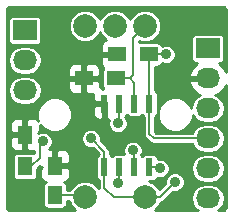
<source format=gtl>
G04 #@! TF.FileFunction,Copper,L1,Top,Signal*
%FSLAX46Y46*%
G04 Gerber Fmt 4.6, Leading zero omitted, Abs format (unit mm)*
G04 Created by KiCad (PCBNEW 4.0.1-stable) date 2/14/2016 2:05:54 PM*
%MOMM*%
G01*
G04 APERTURE LIST*
%ADD10C,0.150000*%
%ADD11R,1.300000X1.500000*%
%ADD12R,1.500000X1.300000*%
%ADD13C,2.000000*%
%ADD14R,0.600000X1.550000*%
%ADD15R,1.250000X1.500000*%
%ADD16R,2.032000X1.727200*%
%ADD17O,2.032000X1.727200*%
%ADD18C,0.889000*%
%ADD19C,0.203200*%
%ADD20C,0.254000*%
G04 APERTURE END LIST*
D10*
D11*
X42672000Y-44370000D03*
X42672000Y-47070000D03*
D12*
X47672000Y-39624000D03*
X50372000Y-39624000D03*
X50466000Y-37592000D03*
X53166000Y-37592000D03*
D13*
X47752000Y-35172000D03*
X50292000Y-35172000D03*
X52832000Y-35172000D03*
X52832000Y-49672000D03*
X47752000Y-49672000D03*
D14*
X49403000Y-47150000D03*
X50673000Y-47150000D03*
X51943000Y-47150000D03*
X53213000Y-47150000D03*
X53213000Y-41750000D03*
X51943000Y-41750000D03*
X50673000Y-41750000D03*
X49403000Y-41750000D03*
D15*
X45212000Y-47010000D03*
X45212000Y-49510000D03*
D16*
X58166000Y-37084000D03*
D17*
X58166000Y-39624000D03*
X58166000Y-42164000D03*
X58166000Y-44704000D03*
X58166000Y-47244000D03*
X58166000Y-49784000D03*
D16*
X42672000Y-35560000D03*
D17*
X42672000Y-38100000D03*
X42672000Y-40640000D03*
D18*
X54610000Y-37592000D03*
X50546000Y-43434000D03*
X55372000Y-48387000D03*
X44196000Y-44958000D03*
X48260000Y-44704000D03*
X54102000Y-47244000D03*
X51816000Y-43434000D03*
X50546000Y-48514000D03*
X51816000Y-45720000D03*
D19*
X53213000Y-41750000D02*
X53213000Y-44323000D01*
X53594000Y-44704000D02*
X57404000Y-44704000D01*
X53213000Y-44323000D02*
X53594000Y-44704000D01*
X57404000Y-44704000D02*
X58166000Y-44704000D01*
X53213000Y-41750000D02*
X53213000Y-37639000D01*
X53213000Y-37639000D02*
X53166000Y-37592000D01*
X57658000Y-45212000D02*
X58166000Y-44704000D01*
X54610000Y-37592000D02*
X53166000Y-37592000D01*
X51816000Y-36188000D02*
X51816000Y-39370000D01*
X51816000Y-39370000D02*
X51562000Y-39624000D01*
X51943000Y-41750000D02*
X51943000Y-40005000D01*
X51562000Y-39624000D02*
X50372000Y-39624000D01*
X51943000Y-40005000D02*
X51562000Y-39624000D01*
X51816000Y-36188000D02*
X52832000Y-35172000D01*
X50673000Y-41750000D02*
X50673000Y-43307000D01*
X50673000Y-43307000D02*
X50546000Y-43434000D01*
X42672000Y-47070000D02*
X43227000Y-47070000D01*
X43227000Y-47070000D02*
X43942000Y-46355000D01*
X43942000Y-45212000D02*
X44196000Y-44958000D01*
X43942000Y-46355000D02*
X43942000Y-45212000D01*
X52832000Y-49672000D02*
X54087000Y-49672000D01*
X54087000Y-49672000D02*
X55372000Y-48387000D01*
X48260000Y-44704000D02*
X49403000Y-45847000D01*
X49403000Y-45847000D02*
X49403000Y-47150000D01*
X49403000Y-47150000D02*
X49403000Y-48895000D01*
X49403000Y-48895000D02*
X50180000Y-49672000D01*
X50180000Y-49672000D02*
X52832000Y-49672000D01*
X53213000Y-47150000D02*
X54008000Y-47150000D01*
X54008000Y-47150000D02*
X54102000Y-47244000D01*
X47590000Y-49510000D02*
X47752000Y-49672000D01*
X45212000Y-49510000D02*
X47590000Y-49510000D01*
X44704000Y-50018000D02*
X45212000Y-49510000D01*
X53213000Y-47150000D02*
X53213000Y-47625000D01*
X45212000Y-49510000D02*
X45486000Y-49510000D01*
X50673000Y-47150000D02*
X50673000Y-48387000D01*
X50673000Y-48387000D02*
X50546000Y-48514000D01*
X51943000Y-47150000D02*
X51943000Y-45847000D01*
X51943000Y-45847000D02*
X51816000Y-45720000D01*
D20*
G36*
X59524437Y-33568493D02*
X59599411Y-33618589D01*
X59649507Y-33693563D01*
X59677300Y-33833286D01*
X59677300Y-39055296D01*
X59516732Y-38721964D01*
X59084817Y-38336064D01*
X59182000Y-38336064D01*
X59323190Y-38309497D01*
X59452865Y-38226054D01*
X59539859Y-38098734D01*
X59570464Y-37947600D01*
X59570464Y-36220400D01*
X59543897Y-36079210D01*
X59460454Y-35949535D01*
X59333134Y-35862541D01*
X59182000Y-35831936D01*
X57150000Y-35831936D01*
X57008810Y-35858503D01*
X56879135Y-35941946D01*
X56792141Y-36069266D01*
X56761536Y-36220400D01*
X56761536Y-37947600D01*
X56788103Y-38088790D01*
X56871546Y-38218465D01*
X56998866Y-38305459D01*
X57150000Y-38336064D01*
X57247183Y-38336064D01*
X56815268Y-38721964D01*
X56561291Y-39249209D01*
X56558642Y-39264974D01*
X56679783Y-39497000D01*
X58039000Y-39497000D01*
X58039000Y-39477000D01*
X58293000Y-39477000D01*
X58293000Y-39497000D01*
X58313000Y-39497000D01*
X58313000Y-39751000D01*
X58293000Y-39751000D01*
X58293000Y-39771000D01*
X58039000Y-39771000D01*
X58039000Y-39751000D01*
X56679783Y-39751000D01*
X56558642Y-39983026D01*
X56561291Y-39998791D01*
X56815268Y-40526036D01*
X57251680Y-40915954D01*
X57524243Y-41011296D01*
X57509943Y-41014140D01*
X57106166Y-41283935D01*
X56836371Y-41687712D01*
X56755576Y-42093894D01*
X56648263Y-41834177D01*
X56232015Y-41417201D01*
X55687882Y-41191257D01*
X55098703Y-41190743D01*
X54554177Y-41415737D01*
X54137201Y-41831985D01*
X53911257Y-42376118D01*
X53910743Y-42965297D01*
X54135737Y-43509823D01*
X54551985Y-43926799D01*
X55096118Y-44152743D01*
X55685297Y-44153257D01*
X56229823Y-43928263D01*
X56646799Y-43512015D01*
X56872743Y-42967882D01*
X56872981Y-42695079D01*
X57106166Y-43044065D01*
X57509943Y-43313860D01*
X57986231Y-43408600D01*
X58345769Y-43408600D01*
X58822057Y-43313860D01*
X59225834Y-43044065D01*
X59495629Y-42640288D01*
X59590369Y-42164000D01*
X59495629Y-41687712D01*
X59225834Y-41283935D01*
X58822057Y-41014140D01*
X58807757Y-41011296D01*
X59080320Y-40915954D01*
X59516732Y-40526036D01*
X59677300Y-40192704D01*
X59677300Y-50494714D01*
X59649507Y-50634437D01*
X59599411Y-50709411D01*
X59524437Y-50759507D01*
X59384714Y-50787300D01*
X59041400Y-50787300D01*
X59225834Y-50664065D01*
X59495629Y-50260288D01*
X59590369Y-49784000D01*
X59495629Y-49307712D01*
X59225834Y-48903935D01*
X58822057Y-48634140D01*
X58345769Y-48539400D01*
X57986231Y-48539400D01*
X57509943Y-48634140D01*
X57106166Y-48903935D01*
X56836371Y-49307712D01*
X56741631Y-49784000D01*
X56836371Y-50260288D01*
X57106166Y-50664065D01*
X57290600Y-50787300D01*
X53669486Y-50787300D01*
X54002072Y-50455295D01*
X54130526Y-50145942D01*
X54271683Y-50117864D01*
X54428250Y-50013250D01*
X55229123Y-49212376D01*
X55535482Y-49212643D01*
X55838998Y-49087233D01*
X56071417Y-48855219D01*
X56197357Y-48551923D01*
X56197643Y-48223518D01*
X56072233Y-47920002D01*
X55840219Y-47687583D01*
X55536923Y-47561643D01*
X55208518Y-47561357D01*
X54905002Y-47686767D01*
X54672583Y-47918781D01*
X54546643Y-48222077D01*
X54546375Y-48530126D01*
X54056742Y-49019758D01*
X54003437Y-48890749D01*
X53615295Y-48501928D01*
X53161422Y-48313464D01*
X53513000Y-48313464D01*
X53654190Y-48286897D01*
X53783865Y-48203454D01*
X53870859Y-48076134D01*
X53877261Y-48044519D01*
X53937077Y-48069357D01*
X54265482Y-48069643D01*
X54568998Y-47944233D01*
X54801417Y-47712219D01*
X54927357Y-47408923D01*
X54927500Y-47244000D01*
X56741631Y-47244000D01*
X56836371Y-47720288D01*
X57106166Y-48124065D01*
X57509943Y-48393860D01*
X57986231Y-48488600D01*
X58345769Y-48488600D01*
X58822057Y-48393860D01*
X59225834Y-48124065D01*
X59495629Y-47720288D01*
X59590369Y-47244000D01*
X59495629Y-46767712D01*
X59225834Y-46363935D01*
X58822057Y-46094140D01*
X58345769Y-45999400D01*
X57986231Y-45999400D01*
X57509943Y-46094140D01*
X57106166Y-46363935D01*
X56836371Y-46767712D01*
X56741631Y-47244000D01*
X54927500Y-47244000D01*
X54927643Y-47080518D01*
X54802233Y-46777002D01*
X54570219Y-46544583D01*
X54266923Y-46418643D01*
X53938518Y-46418357D01*
X53901464Y-46433667D01*
X53901464Y-46375000D01*
X53874897Y-46233810D01*
X53791454Y-46104135D01*
X53664134Y-46017141D01*
X53513000Y-45986536D01*
X52913000Y-45986536D01*
X52771810Y-46013103D01*
X52642135Y-46096546D01*
X52577470Y-46191187D01*
X52539006Y-46131411D01*
X52641357Y-45884923D01*
X52641643Y-45556518D01*
X52516233Y-45253002D01*
X52284219Y-45020583D01*
X51980923Y-44894643D01*
X51652518Y-44894357D01*
X51349002Y-45019767D01*
X51116583Y-45251781D01*
X50990643Y-45555077D01*
X50990357Y-45883482D01*
X51038411Y-45999782D01*
X50973000Y-45986536D01*
X50373000Y-45986536D01*
X50231810Y-46013103D01*
X50102135Y-46096546D01*
X50037470Y-46191187D01*
X49981454Y-46104135D01*
X49885600Y-46038641D01*
X49885600Y-45847000D01*
X49848864Y-45662317D01*
X49744250Y-45505750D01*
X49085376Y-44846876D01*
X49085643Y-44540518D01*
X48960233Y-44237002D01*
X48728219Y-44004583D01*
X48424923Y-43878643D01*
X48096518Y-43878357D01*
X47793002Y-44003767D01*
X47560583Y-44235781D01*
X47434643Y-44539077D01*
X47434357Y-44867482D01*
X47559767Y-45170998D01*
X47791781Y-45403417D01*
X48095077Y-45529357D01*
X48403125Y-45529625D01*
X48916049Y-46042549D01*
X48832135Y-46096546D01*
X48745141Y-46223866D01*
X48714536Y-46375000D01*
X48714536Y-47925000D01*
X48741103Y-48066190D01*
X48824546Y-48195865D01*
X48920400Y-48261359D01*
X48920400Y-48887707D01*
X48535295Y-48501928D01*
X48027903Y-48291241D01*
X47478507Y-48290761D01*
X46970749Y-48500563D01*
X46581928Y-48888705D01*
X46524337Y-49027400D01*
X46225464Y-49027400D01*
X46225464Y-48760000D01*
X46198897Y-48618810D01*
X46115454Y-48489135D01*
X45988134Y-48402141D01*
X45952870Y-48395000D01*
X45963310Y-48395000D01*
X46196699Y-48298327D01*
X46375327Y-48119698D01*
X46472000Y-47886309D01*
X46472000Y-47295750D01*
X46313250Y-47137000D01*
X45339000Y-47137000D01*
X45339000Y-47157000D01*
X45085000Y-47157000D01*
X45085000Y-47137000D01*
X45065000Y-47137000D01*
X45065000Y-46883000D01*
X45085000Y-46883000D01*
X45085000Y-45783750D01*
X45339000Y-45783750D01*
X45339000Y-46883000D01*
X46313250Y-46883000D01*
X46472000Y-46724250D01*
X46472000Y-46133691D01*
X46375327Y-45900302D01*
X46196699Y-45721673D01*
X45963310Y-45625000D01*
X45497750Y-45625000D01*
X45339000Y-45783750D01*
X45085000Y-45783750D01*
X44926250Y-45625000D01*
X44696289Y-45625000D01*
X44895417Y-45426219D01*
X45021357Y-45122923D01*
X45021643Y-44794518D01*
X44896233Y-44491002D01*
X44664219Y-44258583D01*
X44360923Y-44132643D01*
X44032518Y-44132357D01*
X43821845Y-44219405D01*
X43957000Y-44084250D01*
X43957000Y-43531123D01*
X44351985Y-43926799D01*
X44896118Y-44152743D01*
X45485297Y-44153257D01*
X46029823Y-43928263D01*
X46446799Y-43512015D01*
X46672743Y-42967882D01*
X46673257Y-42378703D01*
X46531552Y-42035750D01*
X48468000Y-42035750D01*
X48468000Y-42651309D01*
X48564673Y-42884698D01*
X48743301Y-43063327D01*
X48976690Y-43160000D01*
X49117250Y-43160000D01*
X49276000Y-43001250D01*
X49276000Y-41877000D01*
X48626750Y-41877000D01*
X48468000Y-42035750D01*
X46531552Y-42035750D01*
X46448263Y-41834177D01*
X46032015Y-41417201D01*
X45487882Y-41191257D01*
X44898703Y-41190743D01*
X44354177Y-41415737D01*
X43937201Y-41831985D01*
X43711257Y-42376118D01*
X43710743Y-42965297D01*
X43813139Y-43213114D01*
X43681699Y-43081673D01*
X43448310Y-42985000D01*
X42957750Y-42985000D01*
X42799000Y-43143750D01*
X42799000Y-44243000D01*
X42819000Y-44243000D01*
X42819000Y-44497000D01*
X42799000Y-44497000D01*
X42799000Y-45596250D01*
X42957750Y-45755000D01*
X43448310Y-45755000D01*
X43459400Y-45750406D01*
X43459400Y-45959360D01*
X43322000Y-45931536D01*
X42022000Y-45931536D01*
X41880810Y-45958103D01*
X41751135Y-46041546D01*
X41664141Y-46168866D01*
X41633536Y-46320000D01*
X41633536Y-47820000D01*
X41660103Y-47961190D01*
X41743546Y-48090865D01*
X41870866Y-48177859D01*
X42022000Y-48208464D01*
X43322000Y-48208464D01*
X43463190Y-48181897D01*
X43592865Y-48098454D01*
X43679859Y-47971134D01*
X43710464Y-47820000D01*
X43710464Y-47269036D01*
X43952000Y-47027500D01*
X43952000Y-47137002D01*
X44110748Y-47137002D01*
X43952000Y-47295750D01*
X43952000Y-47886309D01*
X44048673Y-48119698D01*
X44227301Y-48298327D01*
X44460690Y-48395000D01*
X44462301Y-48395000D01*
X44445810Y-48398103D01*
X44316135Y-48481546D01*
X44229141Y-48608866D01*
X44198536Y-48760000D01*
X44198536Y-50260000D01*
X44225103Y-50401190D01*
X44308546Y-50530865D01*
X44435866Y-50617859D01*
X44587000Y-50648464D01*
X45837000Y-50648464D01*
X45978190Y-50621897D01*
X46107865Y-50538454D01*
X46194859Y-50411134D01*
X46225464Y-50260000D01*
X46225464Y-49992600D01*
X46390225Y-49992600D01*
X46580563Y-50453251D01*
X46914029Y-50787300D01*
X41453286Y-50787300D01*
X41313563Y-50759507D01*
X41238589Y-50709411D01*
X41188493Y-50634437D01*
X41160700Y-50494714D01*
X41160700Y-44655750D01*
X41387000Y-44655750D01*
X41387000Y-45246309D01*
X41483673Y-45479698D01*
X41662301Y-45658327D01*
X41895690Y-45755000D01*
X42386250Y-45755000D01*
X42545000Y-45596250D01*
X42545000Y-44497000D01*
X41545750Y-44497000D01*
X41387000Y-44655750D01*
X41160700Y-44655750D01*
X41160700Y-43493691D01*
X41387000Y-43493691D01*
X41387000Y-44084250D01*
X41545750Y-44243000D01*
X42545000Y-44243000D01*
X42545000Y-43143750D01*
X42386250Y-42985000D01*
X41895690Y-42985000D01*
X41662301Y-43081673D01*
X41483673Y-43260302D01*
X41387000Y-43493691D01*
X41160700Y-43493691D01*
X41160700Y-40640000D01*
X41247631Y-40640000D01*
X41342371Y-41116288D01*
X41612166Y-41520065D01*
X42015943Y-41789860D01*
X42492231Y-41884600D01*
X42851769Y-41884600D01*
X43328057Y-41789860D01*
X43731834Y-41520065D01*
X44001629Y-41116288D01*
X44096369Y-40640000D01*
X44001629Y-40163712D01*
X43831938Y-39909750D01*
X46287000Y-39909750D01*
X46287000Y-40400310D01*
X46383673Y-40633699D01*
X46562302Y-40812327D01*
X46795691Y-40909000D01*
X47386250Y-40909000D01*
X47545000Y-40750250D01*
X47545000Y-39751000D01*
X46445750Y-39751000D01*
X46287000Y-39909750D01*
X43831938Y-39909750D01*
X43731834Y-39759935D01*
X43328057Y-39490140D01*
X42851769Y-39395400D01*
X42492231Y-39395400D01*
X42015943Y-39490140D01*
X41612166Y-39759935D01*
X41342371Y-40163712D01*
X41247631Y-40640000D01*
X41160700Y-40640000D01*
X41160700Y-38100000D01*
X41247631Y-38100000D01*
X41342371Y-38576288D01*
X41612166Y-38980065D01*
X42015943Y-39249860D01*
X42492231Y-39344600D01*
X42851769Y-39344600D01*
X43328057Y-39249860D01*
X43731834Y-38980065D01*
X43820284Y-38847690D01*
X46287000Y-38847690D01*
X46287000Y-39338250D01*
X46445750Y-39497000D01*
X47545000Y-39497000D01*
X47545000Y-38497750D01*
X47799000Y-38497750D01*
X47799000Y-39497000D01*
X48898250Y-39497000D01*
X49057000Y-39338250D01*
X49057000Y-38847690D01*
X48960327Y-38614301D01*
X48781698Y-38435673D01*
X48548309Y-38339000D01*
X47957750Y-38339000D01*
X47799000Y-38497750D01*
X47545000Y-38497750D01*
X47386250Y-38339000D01*
X46795691Y-38339000D01*
X46562302Y-38435673D01*
X46383673Y-38614301D01*
X46287000Y-38847690D01*
X43820284Y-38847690D01*
X44001629Y-38576288D01*
X44096369Y-38100000D01*
X44001629Y-37623712D01*
X43731834Y-37219935D01*
X43328057Y-36950140D01*
X42851769Y-36855400D01*
X42492231Y-36855400D01*
X42015943Y-36950140D01*
X41612166Y-37219935D01*
X41342371Y-37623712D01*
X41247631Y-38100000D01*
X41160700Y-38100000D01*
X41160700Y-34696400D01*
X41267536Y-34696400D01*
X41267536Y-36423600D01*
X41294103Y-36564790D01*
X41377546Y-36694465D01*
X41504866Y-36781459D01*
X41656000Y-36812064D01*
X43688000Y-36812064D01*
X43829190Y-36785497D01*
X43958865Y-36702054D01*
X44045859Y-36574734D01*
X44076464Y-36423600D01*
X44076464Y-35445493D01*
X46370761Y-35445493D01*
X46580563Y-35953251D01*
X46968705Y-36342072D01*
X47476097Y-36552759D01*
X48025493Y-36553239D01*
X48533251Y-36343437D01*
X48922072Y-35955295D01*
X49021985Y-35714676D01*
X49120563Y-35953251D01*
X49507627Y-36340992D01*
X49356302Y-36403673D01*
X49177673Y-36582301D01*
X49081000Y-36815690D01*
X49081000Y-37306250D01*
X49239750Y-37465000D01*
X50339000Y-37465000D01*
X50339000Y-37445000D01*
X50593000Y-37445000D01*
X50593000Y-37465000D01*
X50613000Y-37465000D01*
X50613000Y-37719000D01*
X50593000Y-37719000D01*
X50593000Y-37739000D01*
X50339000Y-37739000D01*
X50339000Y-37719000D01*
X49239750Y-37719000D01*
X49081000Y-37877750D01*
X49081000Y-38368310D01*
X49177673Y-38601699D01*
X49318818Y-38742843D01*
X49264141Y-38822866D01*
X49233536Y-38974000D01*
X49233536Y-40274000D01*
X49260103Y-40415190D01*
X49275998Y-40439892D01*
X49275998Y-40498748D01*
X49117250Y-40340000D01*
X49057000Y-40340000D01*
X49057000Y-39909750D01*
X48898250Y-39751000D01*
X47799000Y-39751000D01*
X47799000Y-40750250D01*
X47957750Y-40909000D01*
X48468000Y-40909000D01*
X48468000Y-41464250D01*
X48626750Y-41623000D01*
X49276000Y-41623000D01*
X49276000Y-41603000D01*
X49530000Y-41603000D01*
X49530000Y-41623000D01*
X49550000Y-41623000D01*
X49550000Y-41877000D01*
X49530000Y-41877000D01*
X49530000Y-43001250D01*
X49688750Y-43160000D01*
X49765936Y-43160000D01*
X49720643Y-43269077D01*
X49720357Y-43597482D01*
X49845767Y-43900998D01*
X50077781Y-44133417D01*
X50381077Y-44259357D01*
X50709482Y-44259643D01*
X51012998Y-44134233D01*
X51245417Y-43902219D01*
X51371357Y-43598923D01*
X51371643Y-43270518D01*
X51246233Y-42967002D01*
X51155600Y-42876211D01*
X51155600Y-42860251D01*
X51243865Y-42803454D01*
X51308530Y-42708813D01*
X51364546Y-42795865D01*
X51491866Y-42882859D01*
X51643000Y-42913464D01*
X52243000Y-42913464D01*
X52384190Y-42886897D01*
X52513865Y-42803454D01*
X52578530Y-42708813D01*
X52634546Y-42795865D01*
X52730400Y-42861359D01*
X52730400Y-44323000D01*
X52767136Y-44507683D01*
X52871750Y-44664250D01*
X53252748Y-45045247D01*
X53252750Y-45045250D01*
X53366840Y-45121482D01*
X53409317Y-45149864D01*
X53594000Y-45186600D01*
X56840589Y-45186600D01*
X57106166Y-45584065D01*
X57509943Y-45853860D01*
X57986231Y-45948600D01*
X58345769Y-45948600D01*
X58822057Y-45853860D01*
X59225834Y-45584065D01*
X59495629Y-45180288D01*
X59590369Y-44704000D01*
X59495629Y-44227712D01*
X59225834Y-43823935D01*
X58822057Y-43554140D01*
X58345769Y-43459400D01*
X57986231Y-43459400D01*
X57509943Y-43554140D01*
X57106166Y-43823935D01*
X56840589Y-44221400D01*
X53793899Y-44221400D01*
X53695600Y-44123100D01*
X53695600Y-42860251D01*
X53783865Y-42803454D01*
X53870859Y-42676134D01*
X53901464Y-42525000D01*
X53901464Y-40975000D01*
X53874897Y-40833810D01*
X53791454Y-40704135D01*
X53695600Y-40638641D01*
X53695600Y-38630464D01*
X53916000Y-38630464D01*
X54057190Y-38603897D01*
X54186865Y-38520454D01*
X54273859Y-38393134D01*
X54282615Y-38349896D01*
X54445077Y-38417357D01*
X54773482Y-38417643D01*
X55076998Y-38292233D01*
X55309417Y-38060219D01*
X55435357Y-37756923D01*
X55435643Y-37428518D01*
X55310233Y-37125002D01*
X55078219Y-36892583D01*
X54774923Y-36766643D01*
X54446518Y-36766357D01*
X54284046Y-36833489D01*
X54277897Y-36800810D01*
X54194454Y-36671135D01*
X54067134Y-36584141D01*
X53916000Y-36553536D01*
X52416000Y-36553536D01*
X52298600Y-36575627D01*
X52298600Y-36445837D01*
X52556097Y-36552759D01*
X53105493Y-36553239D01*
X53613251Y-36343437D01*
X54002072Y-35955295D01*
X54212759Y-35447903D01*
X54213239Y-34898507D01*
X54003437Y-34390749D01*
X53615295Y-34001928D01*
X53107903Y-33791241D01*
X52558507Y-33790761D01*
X52050749Y-34000563D01*
X51661928Y-34388705D01*
X51562015Y-34629324D01*
X51463437Y-34390749D01*
X51075295Y-34001928D01*
X50567903Y-33791241D01*
X50018507Y-33790761D01*
X49510749Y-34000563D01*
X49121928Y-34388705D01*
X49022015Y-34629324D01*
X48923437Y-34390749D01*
X48535295Y-34001928D01*
X48027903Y-33791241D01*
X47478507Y-33790761D01*
X46970749Y-34000563D01*
X46581928Y-34388705D01*
X46371241Y-34896097D01*
X46370761Y-35445493D01*
X44076464Y-35445493D01*
X44076464Y-34696400D01*
X44049897Y-34555210D01*
X43966454Y-34425535D01*
X43839134Y-34338541D01*
X43688000Y-34307936D01*
X41656000Y-34307936D01*
X41514810Y-34334503D01*
X41385135Y-34417946D01*
X41298141Y-34545266D01*
X41267536Y-34696400D01*
X41160700Y-34696400D01*
X41160700Y-33833286D01*
X41188493Y-33693563D01*
X41238589Y-33618589D01*
X41313563Y-33568493D01*
X41453286Y-33540700D01*
X59384714Y-33540700D01*
X59524437Y-33568493D01*
X59524437Y-33568493D01*
G37*
X59524437Y-33568493D02*
X59599411Y-33618589D01*
X59649507Y-33693563D01*
X59677300Y-33833286D01*
X59677300Y-39055296D01*
X59516732Y-38721964D01*
X59084817Y-38336064D01*
X59182000Y-38336064D01*
X59323190Y-38309497D01*
X59452865Y-38226054D01*
X59539859Y-38098734D01*
X59570464Y-37947600D01*
X59570464Y-36220400D01*
X59543897Y-36079210D01*
X59460454Y-35949535D01*
X59333134Y-35862541D01*
X59182000Y-35831936D01*
X57150000Y-35831936D01*
X57008810Y-35858503D01*
X56879135Y-35941946D01*
X56792141Y-36069266D01*
X56761536Y-36220400D01*
X56761536Y-37947600D01*
X56788103Y-38088790D01*
X56871546Y-38218465D01*
X56998866Y-38305459D01*
X57150000Y-38336064D01*
X57247183Y-38336064D01*
X56815268Y-38721964D01*
X56561291Y-39249209D01*
X56558642Y-39264974D01*
X56679783Y-39497000D01*
X58039000Y-39497000D01*
X58039000Y-39477000D01*
X58293000Y-39477000D01*
X58293000Y-39497000D01*
X58313000Y-39497000D01*
X58313000Y-39751000D01*
X58293000Y-39751000D01*
X58293000Y-39771000D01*
X58039000Y-39771000D01*
X58039000Y-39751000D01*
X56679783Y-39751000D01*
X56558642Y-39983026D01*
X56561291Y-39998791D01*
X56815268Y-40526036D01*
X57251680Y-40915954D01*
X57524243Y-41011296D01*
X57509943Y-41014140D01*
X57106166Y-41283935D01*
X56836371Y-41687712D01*
X56755576Y-42093894D01*
X56648263Y-41834177D01*
X56232015Y-41417201D01*
X55687882Y-41191257D01*
X55098703Y-41190743D01*
X54554177Y-41415737D01*
X54137201Y-41831985D01*
X53911257Y-42376118D01*
X53910743Y-42965297D01*
X54135737Y-43509823D01*
X54551985Y-43926799D01*
X55096118Y-44152743D01*
X55685297Y-44153257D01*
X56229823Y-43928263D01*
X56646799Y-43512015D01*
X56872743Y-42967882D01*
X56872981Y-42695079D01*
X57106166Y-43044065D01*
X57509943Y-43313860D01*
X57986231Y-43408600D01*
X58345769Y-43408600D01*
X58822057Y-43313860D01*
X59225834Y-43044065D01*
X59495629Y-42640288D01*
X59590369Y-42164000D01*
X59495629Y-41687712D01*
X59225834Y-41283935D01*
X58822057Y-41014140D01*
X58807757Y-41011296D01*
X59080320Y-40915954D01*
X59516732Y-40526036D01*
X59677300Y-40192704D01*
X59677300Y-50494714D01*
X59649507Y-50634437D01*
X59599411Y-50709411D01*
X59524437Y-50759507D01*
X59384714Y-50787300D01*
X59041400Y-50787300D01*
X59225834Y-50664065D01*
X59495629Y-50260288D01*
X59590369Y-49784000D01*
X59495629Y-49307712D01*
X59225834Y-48903935D01*
X58822057Y-48634140D01*
X58345769Y-48539400D01*
X57986231Y-48539400D01*
X57509943Y-48634140D01*
X57106166Y-48903935D01*
X56836371Y-49307712D01*
X56741631Y-49784000D01*
X56836371Y-50260288D01*
X57106166Y-50664065D01*
X57290600Y-50787300D01*
X53669486Y-50787300D01*
X54002072Y-50455295D01*
X54130526Y-50145942D01*
X54271683Y-50117864D01*
X54428250Y-50013250D01*
X55229123Y-49212376D01*
X55535482Y-49212643D01*
X55838998Y-49087233D01*
X56071417Y-48855219D01*
X56197357Y-48551923D01*
X56197643Y-48223518D01*
X56072233Y-47920002D01*
X55840219Y-47687583D01*
X55536923Y-47561643D01*
X55208518Y-47561357D01*
X54905002Y-47686767D01*
X54672583Y-47918781D01*
X54546643Y-48222077D01*
X54546375Y-48530126D01*
X54056742Y-49019758D01*
X54003437Y-48890749D01*
X53615295Y-48501928D01*
X53161422Y-48313464D01*
X53513000Y-48313464D01*
X53654190Y-48286897D01*
X53783865Y-48203454D01*
X53870859Y-48076134D01*
X53877261Y-48044519D01*
X53937077Y-48069357D01*
X54265482Y-48069643D01*
X54568998Y-47944233D01*
X54801417Y-47712219D01*
X54927357Y-47408923D01*
X54927500Y-47244000D01*
X56741631Y-47244000D01*
X56836371Y-47720288D01*
X57106166Y-48124065D01*
X57509943Y-48393860D01*
X57986231Y-48488600D01*
X58345769Y-48488600D01*
X58822057Y-48393860D01*
X59225834Y-48124065D01*
X59495629Y-47720288D01*
X59590369Y-47244000D01*
X59495629Y-46767712D01*
X59225834Y-46363935D01*
X58822057Y-46094140D01*
X58345769Y-45999400D01*
X57986231Y-45999400D01*
X57509943Y-46094140D01*
X57106166Y-46363935D01*
X56836371Y-46767712D01*
X56741631Y-47244000D01*
X54927500Y-47244000D01*
X54927643Y-47080518D01*
X54802233Y-46777002D01*
X54570219Y-46544583D01*
X54266923Y-46418643D01*
X53938518Y-46418357D01*
X53901464Y-46433667D01*
X53901464Y-46375000D01*
X53874897Y-46233810D01*
X53791454Y-46104135D01*
X53664134Y-46017141D01*
X53513000Y-45986536D01*
X52913000Y-45986536D01*
X52771810Y-46013103D01*
X52642135Y-46096546D01*
X52577470Y-46191187D01*
X52539006Y-46131411D01*
X52641357Y-45884923D01*
X52641643Y-45556518D01*
X52516233Y-45253002D01*
X52284219Y-45020583D01*
X51980923Y-44894643D01*
X51652518Y-44894357D01*
X51349002Y-45019767D01*
X51116583Y-45251781D01*
X50990643Y-45555077D01*
X50990357Y-45883482D01*
X51038411Y-45999782D01*
X50973000Y-45986536D01*
X50373000Y-45986536D01*
X50231810Y-46013103D01*
X50102135Y-46096546D01*
X50037470Y-46191187D01*
X49981454Y-46104135D01*
X49885600Y-46038641D01*
X49885600Y-45847000D01*
X49848864Y-45662317D01*
X49744250Y-45505750D01*
X49085376Y-44846876D01*
X49085643Y-44540518D01*
X48960233Y-44237002D01*
X48728219Y-44004583D01*
X48424923Y-43878643D01*
X48096518Y-43878357D01*
X47793002Y-44003767D01*
X47560583Y-44235781D01*
X47434643Y-44539077D01*
X47434357Y-44867482D01*
X47559767Y-45170998D01*
X47791781Y-45403417D01*
X48095077Y-45529357D01*
X48403125Y-45529625D01*
X48916049Y-46042549D01*
X48832135Y-46096546D01*
X48745141Y-46223866D01*
X48714536Y-46375000D01*
X48714536Y-47925000D01*
X48741103Y-48066190D01*
X48824546Y-48195865D01*
X48920400Y-48261359D01*
X48920400Y-48887707D01*
X48535295Y-48501928D01*
X48027903Y-48291241D01*
X47478507Y-48290761D01*
X46970749Y-48500563D01*
X46581928Y-48888705D01*
X46524337Y-49027400D01*
X46225464Y-49027400D01*
X46225464Y-48760000D01*
X46198897Y-48618810D01*
X46115454Y-48489135D01*
X45988134Y-48402141D01*
X45952870Y-48395000D01*
X45963310Y-48395000D01*
X46196699Y-48298327D01*
X46375327Y-48119698D01*
X46472000Y-47886309D01*
X46472000Y-47295750D01*
X46313250Y-47137000D01*
X45339000Y-47137000D01*
X45339000Y-47157000D01*
X45085000Y-47157000D01*
X45085000Y-47137000D01*
X45065000Y-47137000D01*
X45065000Y-46883000D01*
X45085000Y-46883000D01*
X45085000Y-45783750D01*
X45339000Y-45783750D01*
X45339000Y-46883000D01*
X46313250Y-46883000D01*
X46472000Y-46724250D01*
X46472000Y-46133691D01*
X46375327Y-45900302D01*
X46196699Y-45721673D01*
X45963310Y-45625000D01*
X45497750Y-45625000D01*
X45339000Y-45783750D01*
X45085000Y-45783750D01*
X44926250Y-45625000D01*
X44696289Y-45625000D01*
X44895417Y-45426219D01*
X45021357Y-45122923D01*
X45021643Y-44794518D01*
X44896233Y-44491002D01*
X44664219Y-44258583D01*
X44360923Y-44132643D01*
X44032518Y-44132357D01*
X43821845Y-44219405D01*
X43957000Y-44084250D01*
X43957000Y-43531123D01*
X44351985Y-43926799D01*
X44896118Y-44152743D01*
X45485297Y-44153257D01*
X46029823Y-43928263D01*
X46446799Y-43512015D01*
X46672743Y-42967882D01*
X46673257Y-42378703D01*
X46531552Y-42035750D01*
X48468000Y-42035750D01*
X48468000Y-42651309D01*
X48564673Y-42884698D01*
X48743301Y-43063327D01*
X48976690Y-43160000D01*
X49117250Y-43160000D01*
X49276000Y-43001250D01*
X49276000Y-41877000D01*
X48626750Y-41877000D01*
X48468000Y-42035750D01*
X46531552Y-42035750D01*
X46448263Y-41834177D01*
X46032015Y-41417201D01*
X45487882Y-41191257D01*
X44898703Y-41190743D01*
X44354177Y-41415737D01*
X43937201Y-41831985D01*
X43711257Y-42376118D01*
X43710743Y-42965297D01*
X43813139Y-43213114D01*
X43681699Y-43081673D01*
X43448310Y-42985000D01*
X42957750Y-42985000D01*
X42799000Y-43143750D01*
X42799000Y-44243000D01*
X42819000Y-44243000D01*
X42819000Y-44497000D01*
X42799000Y-44497000D01*
X42799000Y-45596250D01*
X42957750Y-45755000D01*
X43448310Y-45755000D01*
X43459400Y-45750406D01*
X43459400Y-45959360D01*
X43322000Y-45931536D01*
X42022000Y-45931536D01*
X41880810Y-45958103D01*
X41751135Y-46041546D01*
X41664141Y-46168866D01*
X41633536Y-46320000D01*
X41633536Y-47820000D01*
X41660103Y-47961190D01*
X41743546Y-48090865D01*
X41870866Y-48177859D01*
X42022000Y-48208464D01*
X43322000Y-48208464D01*
X43463190Y-48181897D01*
X43592865Y-48098454D01*
X43679859Y-47971134D01*
X43710464Y-47820000D01*
X43710464Y-47269036D01*
X43952000Y-47027500D01*
X43952000Y-47137002D01*
X44110748Y-47137002D01*
X43952000Y-47295750D01*
X43952000Y-47886309D01*
X44048673Y-48119698D01*
X44227301Y-48298327D01*
X44460690Y-48395000D01*
X44462301Y-48395000D01*
X44445810Y-48398103D01*
X44316135Y-48481546D01*
X44229141Y-48608866D01*
X44198536Y-48760000D01*
X44198536Y-50260000D01*
X44225103Y-50401190D01*
X44308546Y-50530865D01*
X44435866Y-50617859D01*
X44587000Y-50648464D01*
X45837000Y-50648464D01*
X45978190Y-50621897D01*
X46107865Y-50538454D01*
X46194859Y-50411134D01*
X46225464Y-50260000D01*
X46225464Y-49992600D01*
X46390225Y-49992600D01*
X46580563Y-50453251D01*
X46914029Y-50787300D01*
X41453286Y-50787300D01*
X41313563Y-50759507D01*
X41238589Y-50709411D01*
X41188493Y-50634437D01*
X41160700Y-50494714D01*
X41160700Y-44655750D01*
X41387000Y-44655750D01*
X41387000Y-45246309D01*
X41483673Y-45479698D01*
X41662301Y-45658327D01*
X41895690Y-45755000D01*
X42386250Y-45755000D01*
X42545000Y-45596250D01*
X42545000Y-44497000D01*
X41545750Y-44497000D01*
X41387000Y-44655750D01*
X41160700Y-44655750D01*
X41160700Y-43493691D01*
X41387000Y-43493691D01*
X41387000Y-44084250D01*
X41545750Y-44243000D01*
X42545000Y-44243000D01*
X42545000Y-43143750D01*
X42386250Y-42985000D01*
X41895690Y-42985000D01*
X41662301Y-43081673D01*
X41483673Y-43260302D01*
X41387000Y-43493691D01*
X41160700Y-43493691D01*
X41160700Y-40640000D01*
X41247631Y-40640000D01*
X41342371Y-41116288D01*
X41612166Y-41520065D01*
X42015943Y-41789860D01*
X42492231Y-41884600D01*
X42851769Y-41884600D01*
X43328057Y-41789860D01*
X43731834Y-41520065D01*
X44001629Y-41116288D01*
X44096369Y-40640000D01*
X44001629Y-40163712D01*
X43831938Y-39909750D01*
X46287000Y-39909750D01*
X46287000Y-40400310D01*
X46383673Y-40633699D01*
X46562302Y-40812327D01*
X46795691Y-40909000D01*
X47386250Y-40909000D01*
X47545000Y-40750250D01*
X47545000Y-39751000D01*
X46445750Y-39751000D01*
X46287000Y-39909750D01*
X43831938Y-39909750D01*
X43731834Y-39759935D01*
X43328057Y-39490140D01*
X42851769Y-39395400D01*
X42492231Y-39395400D01*
X42015943Y-39490140D01*
X41612166Y-39759935D01*
X41342371Y-40163712D01*
X41247631Y-40640000D01*
X41160700Y-40640000D01*
X41160700Y-38100000D01*
X41247631Y-38100000D01*
X41342371Y-38576288D01*
X41612166Y-38980065D01*
X42015943Y-39249860D01*
X42492231Y-39344600D01*
X42851769Y-39344600D01*
X43328057Y-39249860D01*
X43731834Y-38980065D01*
X43820284Y-38847690D01*
X46287000Y-38847690D01*
X46287000Y-39338250D01*
X46445750Y-39497000D01*
X47545000Y-39497000D01*
X47545000Y-38497750D01*
X47799000Y-38497750D01*
X47799000Y-39497000D01*
X48898250Y-39497000D01*
X49057000Y-39338250D01*
X49057000Y-38847690D01*
X48960327Y-38614301D01*
X48781698Y-38435673D01*
X48548309Y-38339000D01*
X47957750Y-38339000D01*
X47799000Y-38497750D01*
X47545000Y-38497750D01*
X47386250Y-38339000D01*
X46795691Y-38339000D01*
X46562302Y-38435673D01*
X46383673Y-38614301D01*
X46287000Y-38847690D01*
X43820284Y-38847690D01*
X44001629Y-38576288D01*
X44096369Y-38100000D01*
X44001629Y-37623712D01*
X43731834Y-37219935D01*
X43328057Y-36950140D01*
X42851769Y-36855400D01*
X42492231Y-36855400D01*
X42015943Y-36950140D01*
X41612166Y-37219935D01*
X41342371Y-37623712D01*
X41247631Y-38100000D01*
X41160700Y-38100000D01*
X41160700Y-34696400D01*
X41267536Y-34696400D01*
X41267536Y-36423600D01*
X41294103Y-36564790D01*
X41377546Y-36694465D01*
X41504866Y-36781459D01*
X41656000Y-36812064D01*
X43688000Y-36812064D01*
X43829190Y-36785497D01*
X43958865Y-36702054D01*
X44045859Y-36574734D01*
X44076464Y-36423600D01*
X44076464Y-35445493D01*
X46370761Y-35445493D01*
X46580563Y-35953251D01*
X46968705Y-36342072D01*
X47476097Y-36552759D01*
X48025493Y-36553239D01*
X48533251Y-36343437D01*
X48922072Y-35955295D01*
X49021985Y-35714676D01*
X49120563Y-35953251D01*
X49507627Y-36340992D01*
X49356302Y-36403673D01*
X49177673Y-36582301D01*
X49081000Y-36815690D01*
X49081000Y-37306250D01*
X49239750Y-37465000D01*
X50339000Y-37465000D01*
X50339000Y-37445000D01*
X50593000Y-37445000D01*
X50593000Y-37465000D01*
X50613000Y-37465000D01*
X50613000Y-37719000D01*
X50593000Y-37719000D01*
X50593000Y-37739000D01*
X50339000Y-37739000D01*
X50339000Y-37719000D01*
X49239750Y-37719000D01*
X49081000Y-37877750D01*
X49081000Y-38368310D01*
X49177673Y-38601699D01*
X49318818Y-38742843D01*
X49264141Y-38822866D01*
X49233536Y-38974000D01*
X49233536Y-40274000D01*
X49260103Y-40415190D01*
X49275998Y-40439892D01*
X49275998Y-40498748D01*
X49117250Y-40340000D01*
X49057000Y-40340000D01*
X49057000Y-39909750D01*
X48898250Y-39751000D01*
X47799000Y-39751000D01*
X47799000Y-40750250D01*
X47957750Y-40909000D01*
X48468000Y-40909000D01*
X48468000Y-41464250D01*
X48626750Y-41623000D01*
X49276000Y-41623000D01*
X49276000Y-41603000D01*
X49530000Y-41603000D01*
X49530000Y-41623000D01*
X49550000Y-41623000D01*
X49550000Y-41877000D01*
X49530000Y-41877000D01*
X49530000Y-43001250D01*
X49688750Y-43160000D01*
X49765936Y-43160000D01*
X49720643Y-43269077D01*
X49720357Y-43597482D01*
X49845767Y-43900998D01*
X50077781Y-44133417D01*
X50381077Y-44259357D01*
X50709482Y-44259643D01*
X51012998Y-44134233D01*
X51245417Y-43902219D01*
X51371357Y-43598923D01*
X51371643Y-43270518D01*
X51246233Y-42967002D01*
X51155600Y-42876211D01*
X51155600Y-42860251D01*
X51243865Y-42803454D01*
X51308530Y-42708813D01*
X51364546Y-42795865D01*
X51491866Y-42882859D01*
X51643000Y-42913464D01*
X52243000Y-42913464D01*
X52384190Y-42886897D01*
X52513865Y-42803454D01*
X52578530Y-42708813D01*
X52634546Y-42795865D01*
X52730400Y-42861359D01*
X52730400Y-44323000D01*
X52767136Y-44507683D01*
X52871750Y-44664250D01*
X53252748Y-45045247D01*
X53252750Y-45045250D01*
X53366840Y-45121482D01*
X53409317Y-45149864D01*
X53594000Y-45186600D01*
X56840589Y-45186600D01*
X57106166Y-45584065D01*
X57509943Y-45853860D01*
X57986231Y-45948600D01*
X58345769Y-45948600D01*
X58822057Y-45853860D01*
X59225834Y-45584065D01*
X59495629Y-45180288D01*
X59590369Y-44704000D01*
X59495629Y-44227712D01*
X59225834Y-43823935D01*
X58822057Y-43554140D01*
X58345769Y-43459400D01*
X57986231Y-43459400D01*
X57509943Y-43554140D01*
X57106166Y-43823935D01*
X56840589Y-44221400D01*
X53793899Y-44221400D01*
X53695600Y-44123100D01*
X53695600Y-42860251D01*
X53783865Y-42803454D01*
X53870859Y-42676134D01*
X53901464Y-42525000D01*
X53901464Y-40975000D01*
X53874897Y-40833810D01*
X53791454Y-40704135D01*
X53695600Y-40638641D01*
X53695600Y-38630464D01*
X53916000Y-38630464D01*
X54057190Y-38603897D01*
X54186865Y-38520454D01*
X54273859Y-38393134D01*
X54282615Y-38349896D01*
X54445077Y-38417357D01*
X54773482Y-38417643D01*
X55076998Y-38292233D01*
X55309417Y-38060219D01*
X55435357Y-37756923D01*
X55435643Y-37428518D01*
X55310233Y-37125002D01*
X55078219Y-36892583D01*
X54774923Y-36766643D01*
X54446518Y-36766357D01*
X54284046Y-36833489D01*
X54277897Y-36800810D01*
X54194454Y-36671135D01*
X54067134Y-36584141D01*
X53916000Y-36553536D01*
X52416000Y-36553536D01*
X52298600Y-36575627D01*
X52298600Y-36445837D01*
X52556097Y-36552759D01*
X53105493Y-36553239D01*
X53613251Y-36343437D01*
X54002072Y-35955295D01*
X54212759Y-35447903D01*
X54213239Y-34898507D01*
X54003437Y-34390749D01*
X53615295Y-34001928D01*
X53107903Y-33791241D01*
X52558507Y-33790761D01*
X52050749Y-34000563D01*
X51661928Y-34388705D01*
X51562015Y-34629324D01*
X51463437Y-34390749D01*
X51075295Y-34001928D01*
X50567903Y-33791241D01*
X50018507Y-33790761D01*
X49510749Y-34000563D01*
X49121928Y-34388705D01*
X49022015Y-34629324D01*
X48923437Y-34390749D01*
X48535295Y-34001928D01*
X48027903Y-33791241D01*
X47478507Y-33790761D01*
X46970749Y-34000563D01*
X46581928Y-34388705D01*
X46371241Y-34896097D01*
X46370761Y-35445493D01*
X44076464Y-35445493D01*
X44076464Y-34696400D01*
X44049897Y-34555210D01*
X43966454Y-34425535D01*
X43839134Y-34338541D01*
X43688000Y-34307936D01*
X41656000Y-34307936D01*
X41514810Y-34334503D01*
X41385135Y-34417946D01*
X41298141Y-34545266D01*
X41267536Y-34696400D01*
X41160700Y-34696400D01*
X41160700Y-33833286D01*
X41188493Y-33693563D01*
X41238589Y-33618589D01*
X41313563Y-33568493D01*
X41453286Y-33540700D01*
X59384714Y-33540700D01*
X59524437Y-33568493D01*
M02*

</source>
